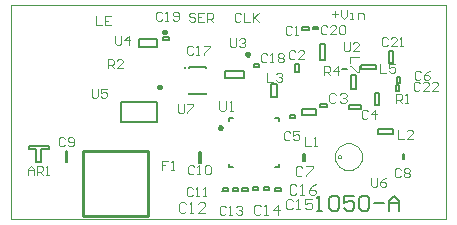
<source format=gto>
%FSTAX23Y23*%
%MOIN*%
%SFA1B1*%

%IPPOS*%
%ADD38C,0.010000*%
%ADD40C,0.007000*%
%ADD63C,0.002000*%
%ADD94C,0.004000*%
%ADD95C,0.010000*%
%ADD96C,0.005000*%
%ADD97C,0.008000*%
%ADD98C,0.004000*%
%LNatten-f6-1*%
%LPD*%
G54D38*
X00422Y-00694D02*
X0064D01*
Y-00912D02*
Y-00694D01*
X00422Y-00912D02*
X0064D01*
X00422D02*
Y-00694D01*
G54D40*
X01441Y-0036D02*
X01456D01*
Y-004D02*
Y-0036D01*
X01441Y-004D02*
X01456D01*
X01441D02*
Y-0036D01*
X01348Y-00555D02*
Y-0054D01*
X01308Y-00555D02*
X01348D01*
X01308D02*
Y-0054D01*
X01348*
X01151Y-00291D02*
Y-0028D01*
X01175*
Y-00291D02*
Y-0028D01*
X01151Y-00291D02*
X01175D01*
X01201Y-00893D02*
X01218D01*
X01209*
Y-00843*
X01201Y-00851*
X01243D02*
X01251Y-00843D01*
X01268*
X01276Y-00851*
Y-00885*
X01268Y-00893*
X01251*
X01243Y-00885*
Y-00851*
X01326Y-00843D02*
X01293D01*
Y-00868*
X01309Y-0086*
X01318*
X01326Y-00868*
Y-00885*
X01318Y-00893*
X01301*
X01293Y-00885*
X01343Y-00851D02*
X01351Y-00843D01*
X01368*
X01376Y-00851*
Y-00885*
X01368Y-00893*
X01351*
X01343Y-00885*
Y-00851*
X01393Y-00868D02*
X01426D01*
X01443Y-00893D02*
Y-0086D01*
X01459Y-00843*
X01476Y-0086*
Y-00893*
Y-00868*
X01443*
G54D63*
X00183Y-00922D02*
X01633D01*
X00183D02*
Y-00208D01*
X01633Y-00922D02*
Y-00208D01*
X00183D02*
X01633D01*
G54D94*
X00763Y-00415D02*
D01*
X00762Y-00414*
X00762Y-00414*
X00762Y-00414*
X00762Y-00414*
X00762Y-00414*
X00762Y-00414*
X00762Y-00414*
X00762Y-00413*
X00762Y-00413*
X00762Y-00413*
X00762Y-00413*
X00762Y-00413*
X00762Y-00413*
X00762Y-00413*
X00762Y-00413*
X00761Y-00413*
X00761Y-00413*
X00761Y-00413*
X00761Y-00413*
X00761Y-00413*
X00761Y-00413*
X00761Y-00413*
X0076*
X0076Y-00413*
X0076Y-00413*
X0076Y-00413*
X0076Y-00413*
X0076Y-00413*
X0076Y-00413*
X0076Y-00413*
X00759Y-00413*
X00759Y-00413*
X00759Y-00413*
X00759Y-00413*
X00759Y-00413*
X00759Y-00413*
X00759Y-00413*
X00759Y-00414*
X00759Y-00414*
X00759Y-00414*
X00759Y-00414*
X00759Y-00414*
X00759Y-00414*
X00759Y-00414*
X00759Y-00415*
X00759Y-00415*
X00759Y-00415*
X00759Y-00415*
X00759Y-00415*
X00759Y-00415*
X00759Y-00415*
X00759Y-00415*
X00759Y-00416*
X00759Y-00416*
X00759Y-00416*
X00759Y-00416*
X00759Y-00416*
X00759Y-00416*
X00759Y-00416*
X0076Y-00416*
X0076Y-00416*
X0076Y-00416*
X0076Y-00416*
X0076Y-00416*
X0076Y-00416*
X0076Y-00416*
X0076Y-00416*
X00761*
X00761Y-00416*
X00761Y-00416*
X00761Y-00416*
X00761Y-00416*
X00761Y-00416*
X00761Y-00416*
X00762Y-00416*
X00762Y-00416*
X00762Y-00416*
X00762Y-00416*
X00762Y-00416*
X00762Y-00416*
X00762Y-00416*
X00762Y-00416*
X00762Y-00415*
X00762Y-00415*
X00762Y-00415*
X00762Y-00415*
X00762Y-00415*
X00762Y-00415*
X00762Y-00415*
X00763Y-00415*
X01353Y-00714D02*
D01*
X01352Y-0071*
X01352Y-00707*
X01352Y-00704*
X01351Y-00701*
X0135Y-00698*
X01349Y-00695*
X01347Y-00692*
X01346Y-0069*
X01344Y-00687*
X01342Y-00685*
X0134Y-00682*
X01338Y-0068*
X01335Y-00678*
X01333Y-00676*
X0133Y-00675*
X01327Y-00673*
X01324Y-00672*
X01321Y-00671*
X01318Y-0067*
X01315Y-00669*
X01312Y-00669*
X01309Y-00669*
X01306*
X01303Y-00669*
X013Y-00669*
X01297Y-0067*
X01294Y-00671*
X01291Y-00672*
X01288Y-00673*
X01285Y-00675*
X01282Y-00676*
X0128Y-00678*
X01277Y-0068*
X01275Y-00682*
X01273Y-00685*
X01271Y-00687*
X01269Y-0069*
X01268Y-00692*
X01266Y-00695*
X01265Y-00698*
X01264Y-00701*
X01263Y-00704*
X01263Y-00707*
X01263Y-0071*
X01263Y-00714*
X01263Y-00717*
X01263Y-0072*
X01263Y-00723*
X01264Y-00726*
X01265Y-00729*
X01266Y-00732*
X01268Y-00735*
X01269Y-00737*
X01271Y-0074*
X01273Y-00742*
X01275Y-00745*
X01277Y-00747*
X0128Y-00749*
X01282Y-00751*
X01285Y-00752*
X01288Y-00754*
X01291Y-00755*
X01294Y-00756*
X01297Y-00757*
X013Y-00758*
X01303Y-00758*
X01306Y-00758*
X01309*
X01312Y-00758*
X01315Y-00758*
X01318Y-00757*
X01321Y-00756*
X01324Y-00755*
X01327Y-00754*
X0133Y-00752*
X01333Y-00751*
X01335Y-00749*
X01338Y-00747*
X0134Y-00745*
X01342Y-00742*
X01344Y-0074*
X01346Y-00737*
X01347Y-00735*
X01349Y-00732*
X0135Y-00729*
X01351Y-00726*
X01352Y-00723*
X01352Y-0072*
X01352Y-00717*
X01353Y-00714*
X01283D02*
D01*
X01282Y-00713*
X01282Y-00713*
X01282Y-00712*
X01282Y-00712*
X01282Y-00712*
X01282Y-00711*
X01282Y-00711*
X01282Y-00711*
X01282Y-00711*
X01281Y-0071*
X01281Y-0071*
X01281Y-0071*
X01281Y-0071*
X0128Y-00709*
X0128Y-00709*
X0128Y-00709*
X01279Y-00709*
X01279Y-00709*
X01279Y-00709*
X01278Y-00709*
X01278Y-00709*
X01278Y-00709*
X01277*
X01277Y-00709*
X01277Y-00709*
X01276Y-00709*
X01276Y-00709*
X01276Y-00709*
X01275Y-00709*
X01275Y-00709*
X01275Y-00709*
X01274Y-0071*
X01274Y-0071*
X01274Y-0071*
X01274Y-0071*
X01273Y-00711*
X01273Y-00711*
X01273Y-00711*
X01273Y-00711*
X01273Y-00712*
X01273Y-00712*
X01273Y-00712*
X01273Y-00713*
X01273Y-00713*
X01273Y-00714*
X01273Y-00714*
X01273Y-00714*
X01273Y-00715*
X01273Y-00715*
X01273Y-00715*
X01273Y-00716*
X01273Y-00716*
X01273Y-00716*
X01273Y-00716*
X01274Y-00717*
X01274Y-00717*
X01274Y-00717*
X01274Y-00717*
X01275Y-00718*
X01275Y-00718*
X01275Y-00718*
X01276Y-00718*
X01276Y-00718*
X01276Y-00718*
X01277Y-00718*
X01277Y-00718*
X01277Y-00718*
X01278*
X01278Y-00718*
X01278Y-00718*
X01279Y-00718*
X01279Y-00718*
X01279Y-00718*
X0128Y-00718*
X0128Y-00718*
X0128Y-00718*
X01281Y-00717*
X01281Y-00717*
X01281Y-00717*
X01281Y-00717*
X01282Y-00716*
X01282Y-00716*
X01282Y-00716*
X01282Y-00716*
X01282Y-00715*
X01282Y-00715*
X01282Y-00715*
X01282Y-00714*
X01282Y-00714*
X01283Y-00714*
G54D95*
X00977Y-00372D02*
D01*
X00976Y-00371*
X00976Y-00371*
X00976Y-0037*
X00976Y-0037*
X00976Y-0037*
X00976Y-00369*
X00976Y-00369*
X00976Y-00369*
X00976Y-00369*
X00975Y-00368*
X00975Y-00368*
X00975Y-00368*
X00975Y-00368*
X00974Y-00367*
X00974Y-00367*
X00974Y-00367*
X00973Y-00367*
X00973Y-00367*
X00973Y-00367*
X00972Y-00367*
X00972Y-00367*
X00972Y-00367*
X00971*
X00971Y-00367*
X00971Y-00367*
X0097Y-00367*
X0097Y-00367*
X0097Y-00367*
X00969Y-00367*
X00969Y-00367*
X00969Y-00367*
X00968Y-00368*
X00968Y-00368*
X00968Y-00368*
X00968Y-00368*
X00967Y-00369*
X00967Y-00369*
X00967Y-00369*
X00967Y-00369*
X00967Y-0037*
X00967Y-0037*
X00967Y-0037*
X00967Y-00371*
X00967Y-00371*
X00967Y-00372*
X00967Y-00372*
X00967Y-00372*
X00967Y-00373*
X00967Y-00373*
X00967Y-00373*
X00967Y-00374*
X00967Y-00374*
X00967Y-00374*
X00967Y-00374*
X00968Y-00375*
X00968Y-00375*
X00968Y-00375*
X00968Y-00375*
X00969Y-00376*
X00969Y-00376*
X00969Y-00376*
X0097Y-00376*
X0097Y-00376*
X0097Y-00376*
X00971Y-00376*
X00971Y-00376*
X00971Y-00376*
X00972*
X00972Y-00376*
X00972Y-00376*
X00973Y-00376*
X00973Y-00376*
X00973Y-00376*
X00974Y-00376*
X00974Y-00376*
X00974Y-00376*
X00975Y-00375*
X00975Y-00375*
X00975Y-00375*
X00975Y-00375*
X00976Y-00374*
X00976Y-00374*
X00976Y-00374*
X00976Y-00374*
X00976Y-00373*
X00976Y-00373*
X00976Y-00373*
X00976Y-00372*
X00976Y-00372*
X00977Y-00372*
X00886Y-00617D02*
D01*
X00885Y-00616*
X00885Y-00616*
X00885Y-00615*
X00885Y-00615*
X00885Y-00615*
X00885Y-00614*
X00885Y-00614*
X00885Y-00614*
X00885Y-00614*
X00884Y-00613*
X00884Y-00613*
X00884Y-00613*
X00884Y-00613*
X00883Y-00612*
X00883Y-00612*
X00883Y-00612*
X00882Y-00612*
X00882Y-00612*
X00882Y-00612*
X00881Y-00612*
X00881Y-00612*
X00881Y-00612*
X0088*
X0088Y-00612*
X0088Y-00612*
X00879Y-00612*
X00879Y-00612*
X00879Y-00612*
X00878Y-00612*
X00878Y-00612*
X00878Y-00612*
X00877Y-00613*
X00877Y-00613*
X00877Y-00613*
X00877Y-00613*
X00876Y-00614*
X00876Y-00614*
X00876Y-00614*
X00876Y-00614*
X00876Y-00615*
X00876Y-00615*
X00876Y-00615*
X00876Y-00616*
X00876Y-00616*
X00876Y-00617*
X00876Y-00617*
X00876Y-00617*
X00876Y-00618*
X00876Y-00618*
X00876Y-00618*
X00876Y-00619*
X00876Y-00619*
X00876Y-00619*
X00876Y-00619*
X00877Y-0062*
X00877Y-0062*
X00877Y-0062*
X00877Y-0062*
X00878Y-00621*
X00878Y-00621*
X00878Y-00621*
X00879Y-00621*
X00879Y-00621*
X00879Y-00621*
X0088Y-00621*
X0088Y-00621*
X0088Y-00621*
X00881*
X00881Y-00621*
X00881Y-00621*
X00882Y-00621*
X00882Y-00621*
X00882Y-00621*
X00883Y-00621*
X00883Y-00621*
X00883Y-00621*
X00884Y-0062*
X00884Y-0062*
X00884Y-0062*
X00884Y-0062*
X00885Y-00619*
X00885Y-00619*
X00885Y-00619*
X00885Y-00619*
X00885Y-00618*
X00885Y-00618*
X00885Y-00618*
X00885Y-00617*
X00885Y-00617*
X00886Y-00617*
X00699Y-00298D02*
D01*
X00698Y-00297*
X00698Y-00297*
X00698Y-00296*
X00698Y-00296*
X00698Y-00296*
X00698Y-00295*
X00698Y-00295*
X00698Y-00295*
X00698Y-00295*
X00697Y-00294*
X00697Y-00294*
X00697Y-00294*
X00697Y-00294*
X00696Y-00293*
X00696Y-00293*
X00696Y-00293*
X00695Y-00293*
X00695Y-00293*
X00695Y-00293*
X00694Y-00293*
X00694Y-00293*
X00694Y-00293*
X00693*
X00693Y-00293*
X00693Y-00293*
X00692Y-00293*
X00692Y-00293*
X00692Y-00293*
X00691Y-00293*
X00691Y-00293*
X00691Y-00293*
X0069Y-00294*
X0069Y-00294*
X0069Y-00294*
X0069Y-00294*
X00689Y-00295*
X00689Y-00295*
X00689Y-00295*
X00689Y-00295*
X00689Y-00296*
X00689Y-00296*
X00689Y-00296*
X00689Y-00297*
X00689Y-00297*
X00689Y-00298*
X00689Y-00298*
X00689Y-00298*
X00689Y-00299*
X00689Y-00299*
X00689Y-00299*
X00689Y-003*
X00689Y-003*
X00689Y-003*
X00689Y-003*
X0069Y-00301*
X0069Y-00301*
X0069Y-00301*
X0069Y-00301*
X00691Y-00302*
X00691Y-00302*
X00691Y-00302*
X00692Y-00302*
X00692Y-00302*
X00692Y-00302*
X00693Y-00302*
X00693Y-00302*
X00693Y-00302*
X00694*
X00694Y-00302*
X00694Y-00302*
X00695Y-00302*
X00695Y-00302*
X00695Y-00302*
X00696Y-00302*
X00696Y-00302*
X00696Y-00302*
X00697Y-00301*
X00697Y-00301*
X00697Y-00301*
X00697Y-00301*
X00698Y-003*
X00698Y-003*
X00698Y-003*
X00698Y-003*
X00698Y-00299*
X00698Y-00299*
X00698Y-00299*
X00698Y-00298*
X00698Y-00298*
X00699Y-00298*
X00683Y-00481D02*
D01*
X00682Y-0048*
X00682Y-0048*
X00682Y-00479*
X00682Y-00479*
X00682Y-00479*
X00682Y-00478*
X00682Y-00478*
X00682Y-00478*
X00682Y-00478*
X00681Y-00477*
X00681Y-00477*
X00681Y-00477*
X00681Y-00477*
X0068Y-00476*
X0068Y-00476*
X0068Y-00476*
X00679Y-00476*
X00679Y-00476*
X00679Y-00476*
X00678Y-00476*
X00678Y-00476*
X00678Y-00476*
X00677*
X00677Y-00476*
X00677Y-00476*
X00676Y-00476*
X00676Y-00476*
X00676Y-00476*
X00675Y-00476*
X00675Y-00476*
X00675Y-00476*
X00674Y-00477*
X00674Y-00477*
X00674Y-00477*
X00674Y-00477*
X00673Y-00478*
X00673Y-00478*
X00673Y-00478*
X00673Y-00478*
X00673Y-00479*
X00673Y-00479*
X00673Y-00479*
X00673Y-0048*
X00673Y-0048*
X00673Y-00481*
X00673Y-00481*
X00673Y-00481*
X00673Y-00482*
X00673Y-00482*
X00673Y-00482*
X00673Y-00483*
X00673Y-00483*
X00673Y-00483*
X00673Y-00483*
X00674Y-00484*
X00674Y-00484*
X00674Y-00484*
X00674Y-00484*
X00675Y-00485*
X00675Y-00485*
X00675Y-00485*
X00676Y-00485*
X00676Y-00485*
X00676Y-00485*
X00677Y-00485*
X00677Y-00485*
X00677Y-00485*
X00678*
X00678Y-00485*
X00678Y-00485*
X00679Y-00485*
X00679Y-00485*
X00679Y-00485*
X0068Y-00485*
X0068Y-00485*
X0068Y-00485*
X00681Y-00484*
X00681Y-00484*
X00681Y-00484*
X00681Y-00484*
X00682Y-00483*
X00682Y-00483*
X00682Y-00483*
X00682Y-00483*
X00682Y-00482*
X00682Y-00482*
X00682Y-00482*
X00682Y-00481*
X00682Y-00481*
X00683Y-00481*
G54D96*
X00709Y-00325D02*
Y-00315D01*
X00689D02*
X00709D01*
X00689Y-00325D02*
Y-00315D01*
Y-00325D02*
X00709D01*
X0135Y-0042D02*
X014D01*
Y-00406*
X0135D02*
X014D01*
X0135Y-0042D02*
Y-00406D01*
X01328Y-0044D02*
X01331D01*
Y-00487D02*
Y-0044D01*
X01315Y-00487D02*
X01331D01*
X01315D02*
Y-0044D01*
X01328*
X01285Y-0042D02*
X01304D01*
X01225Y-00336D02*
X01229D01*
Y-00391D02*
Y-00336D01*
X01213Y-00391D02*
X01229D01*
X01213D02*
Y-00336D01*
X01225*
X01129Y-00432D02*
Y-00404D01*
X01141*
Y-00432D02*
Y-00404D01*
X0113Y-00432D02*
X01141D01*
X01405Y-00636D02*
X01455D01*
Y-00622*
X01405D02*
X01455D01*
X01405Y-00636D02*
Y-00622D01*
X01395Y-0054D02*
Y-00502D01*
X01408*
Y-0054D02*
Y-00502D01*
X01396Y-0054D02*
X01408D01*
X01489Y-00722D02*
Y-00705D01*
Y-00722D02*
X01494D01*
Y-00705*
X01489D02*
X01494D01*
X01157Y-00727D02*
Y-00703D01*
X01164*
Y-00727D02*
Y-00703D01*
X01157Y-00727D02*
X01164D01*
X01151Y-00573D02*
X012D01*
Y-00554*
X01151D02*
X012D01*
X01151Y-00572D02*
Y-00554D01*
X01111Y-00584D02*
X01129D01*
Y-00574*
X01111D02*
X01129D01*
X01111Y-00584D02*
Y-00574D01*
X01213Y-00549D02*
X01236D01*
Y-00538*
X01213D02*
X01236D01*
X01213Y-00549D02*
Y-00538D01*
X0147Y-00468D02*
Y-00448D01*
X01478*
Y-00468D02*
Y-00448D01*
X0147Y-00468D02*
X01478D01*
X00608Y-00348D02*
X00669D01*
Y-00322*
X00608D02*
X00669D01*
X00608Y-00348D02*
Y-00322D01*
X00241Y-00688D02*
Y-00678D01*
Y-00688D02*
X00266D01*
Y-00731D02*
Y-00688D01*
Y-00731D02*
X00284D01*
Y-00687*
X00308*
Y-00678*
X00241D02*
X00308D01*
X00365Y-00694D02*
X00367D01*
X00365Y-0073D02*
Y-00694D01*
Y-0073D02*
X0037D01*
Y-00694*
X00367D02*
X0037D01*
X0081Y-00733D02*
Y-00697D01*
X00816*
Y-00733D02*
Y-00697D01*
X0081Y-00733D02*
X00816D01*
X00897Y-00452D02*
X00959D01*
Y-00427*
X00897D02*
X00959D01*
X00897Y-00452D02*
Y-00427D01*
X0105Y-00515D02*
Y-00472D01*
Y-00515D02*
X01069D01*
Y-00472*
X0105D02*
X01069D01*
X00991Y-00413D02*
X01009D01*
Y-00405*
X00991D02*
X01009D01*
X00991Y-00413D02*
Y-00405D01*
X01188Y-00289D02*
X01207D01*
Y-00281*
X01188D02*
X01207D01*
X01188Y-00289D02*
Y-00281D01*
X00887Y-00828D02*
X00906D01*
Y-00818*
X00888D02*
X00906D01*
X00888Y-00828D02*
Y-00818D01*
X00921Y-00827D02*
X00938D01*
Y-00819*
X00921D02*
X00938D01*
X00921Y-00827D02*
Y-00819D01*
X00954Y-00826D02*
X00971D01*
Y-00821*
Y-00818*
X00954D02*
X00971D01*
X00954Y-00826D02*
Y-00818D01*
X00989Y-00825D02*
X01007D01*
Y-00815*
X00989D02*
X01007D01*
X00989Y-00825D02*
Y-00815D01*
X01025Y-00824D02*
X01043D01*
Y-00815*
X01025D02*
X01043D01*
X01025Y-00824D02*
Y-00815D01*
X01063Y-00826D02*
X01083D01*
Y-00816*
X01063D02*
X01083D01*
X01063Y-00826D02*
Y-00816D01*
X01465Y-00495D02*
Y-00475D01*
X01475*
Y-00495D02*
Y-00475D01*
X01465Y-00495D02*
X01475D01*
G54D97*
X00776Y-00504D02*
Y-00502D01*
X00832Y-00504D02*
Y-00502D01*
X00776Y-00416D02*
Y-00414D01*
X00832Y-00416D02*
Y-00414D01*
X00776Y-00504D02*
X00832D01*
X00776Y-00414D02*
X00832D01*
X01064Y-00583D02*
X01076D01*
Y-00595D02*
Y-00583D01*
X01064Y-00749D02*
X01076D01*
Y-00737*
X0091Y-00749D02*
X00922D01*
X0091D02*
Y-00737D01*
Y-00583D02*
X00922D01*
X0091Y-00595D02*
Y-00583D01*
X00548Y-00597D02*
Y-00531D01*
X0067Y-00597D02*
Y-00531D01*
X00548Y-00597D02*
X0067D01*
X00548Y-00531D02*
X0067D01*
G54D98*
X01439Y-0032D02*
X01434Y-00315D01*
X01424*
X01419Y-0032*
Y-0034*
X01424Y-00345*
X01434*
X01439Y-0034*
X01469Y-00345D02*
X01449D01*
X01469Y-00325*
Y-0032*
X01464Y-00315*
X01454*
X01449Y-0032*
X01479Y-00345D02*
X01489D01*
X01484*
Y-00315*
X01479Y-0032*
X01371Y-00562D02*
X01366Y-00557D01*
X01356*
X01351Y-00562*
Y-00582*
X01356Y-00587*
X01366*
X01371Y-00582*
X01396Y-00587D02*
Y-00557D01*
X01381Y-00572*
X01401*
X01545Y-00469D02*
X0154Y-00464D01*
X0153*
X01525Y-00469*
Y-00489*
X0153Y-00494*
X0154*
X01545Y-00489*
X01575Y-00494D02*
X01555D01*
X01575Y-00474*
Y-00469*
X0157Y-00464*
X0156*
X01555Y-00469*
X01605Y-00494D02*
X01585D01*
X01605Y-00474*
Y-00469*
X016Y-00464*
X0159*
X01585Y-00469*
X01413Y-00404D02*
Y-00434D01*
X01433*
X01463Y-00404D02*
X01443D01*
Y-00419*
X01453Y-00414*
X01458*
X01463Y-00419*
Y-00429*
X01458Y-00434*
X01448*
X01443Y-00429*
X01342Y-00382D02*
X01312D01*
Y-00402*
X01342Y-00412D02*
Y-00432D01*
X01337*
X01317Y-00412*
X01312*
X0074Y-00539D02*
Y-00564D01*
X00745Y-00569*
X00755*
X0076Y-00564*
Y-00539*
X0077D02*
X0079D01*
Y-00544*
X0077Y-00564*
Y-00569*
X00706Y-00727D02*
X00686D01*
Y-00742*
X00696*
X00686*
Y-00757*
X00716D02*
X00726D01*
X00721*
Y-00727*
X00716Y-00732*
X01037Y-00374D02*
X01032Y-00369D01*
X01022*
X01017Y-00374*
Y-00394*
X01022Y-00399*
X01032*
X01037Y-00394*
X01047Y-00399D02*
X01057D01*
X01052*
Y-00369*
X01047Y-00374*
X01072D02*
X01077Y-00369D01*
X01087*
X01092Y-00374*
Y-00379*
X01087Y-00384*
X01092Y-00389*
Y-00394*
X01087Y-00399*
X01077*
X01072Y-00394*
Y-00389*
X01077Y-00384*
X01072Y-00379*
Y-00374*
X01077Y-00384D02*
X01087D01*
X01549Y-00431D02*
X01544Y-00426D01*
X01534*
X01529Y-00431*
Y-00451*
X01534Y-00456*
X01544*
X01549Y-00451*
X01579Y-00426D02*
X01569Y-00431D01*
X01559Y-00441*
Y-00451*
X01564Y-00456*
X01574*
X01579Y-00451*
Y-00446*
X01574Y-00441*
X01559*
X01467Y-00534D02*
Y-00504D01*
X01482*
X01487Y-00509*
Y-00519*
X01482Y-00524*
X01467*
X01477D02*
X01487Y-00534D01*
X01497D02*
X01507D01*
X01502*
Y-00504*
X01497Y-00509*
X01119Y-00281D02*
X01114Y-00276D01*
X01104*
X01099Y-00281*
Y-00301*
X01104Y-00306*
X01114*
X01119Y-00301*
X01129Y-00306D02*
X01139D01*
X01134*
Y-00276*
X01129Y-00281*
X01471Y-00623D02*
Y-00653D01*
X01491*
X01521D02*
X01501D01*
X01521Y-00633*
Y-00628*
X01516Y-00623*
X01506*
X01501Y-00628*
X01161Y-00647D02*
Y-00677D01*
X01181*
X01191D02*
X01201D01*
X01196*
Y-00647*
X01191Y-00652*
X0053Y-0031D02*
Y-00335D01*
X00535Y-0034*
X00545*
X0055Y-00335*
Y-0031*
X00575Y-0034D02*
Y-0031D01*
X0056Y-00325*
X0058*
X00914Y-00318D02*
Y-00343D01*
X00919Y-00348*
X00929*
X00934Y-00343*
Y-00318*
X00944Y-00323D02*
X00949Y-00318D01*
X00959*
X00964Y-00323*
Y-00328*
X00959Y-00333*
X00954*
X00959*
X00964Y-00338*
Y-00343*
X00959Y-00348*
X00949*
X00944Y-00343*
X00794Y-00747D02*
X00789Y-00742D01*
X00779*
X00774Y-00747*
Y-00767*
X00779Y-00772*
X00789*
X00794Y-00767*
X00804Y-00772D02*
X00814D01*
X00809*
Y-00742*
X00804Y-00747*
X00829D02*
X00834Y-00742D01*
X00844*
X00849Y-00747*
Y-00767*
X00844Y-00772*
X00834*
X00829Y-00767*
Y-00747*
X00238Y-00774D02*
Y-00754D01*
X00248Y-00744*
X00258Y-00754*
Y-00774*
Y-00759*
X00238*
X00268Y-00774D02*
Y-00744D01*
X00283*
X00288Y-00749*
Y-00759*
X00283Y-00764*
X00268*
X00278D02*
X00288Y-00774D01*
X00298D02*
X00308D01*
X00303*
Y-00744*
X00298Y-00749*
X0079Y-00349D02*
X00785Y-00344D01*
X00775*
X0077Y-00349*
Y-00369*
X00775Y-00374*
X00785*
X0079Y-00369*
X008Y-00374D02*
X0081D01*
X00805*
Y-00344*
X008Y-00349*
X00825Y-00344D02*
X00845D01*
Y-00349*
X00825Y-00369*
Y-00374*
X01266Y-00506D02*
X0126Y-005D01*
X01249*
X01243Y-00506*
Y-00529*
X01249Y-00535*
X0126*
X01266Y-00529*
X01278Y-00506D02*
X01284Y-005D01*
X01295*
X01301Y-00506*
Y-00512*
X01295Y-00518*
X0129*
X01295*
X01301Y-00523*
Y-00529*
X01295Y-00535*
X01284*
X01278Y-00529*
X01113Y-00633D02*
X01108Y-00628D01*
X01098*
X01093Y-00633*
Y-00653*
X01098Y-00658*
X01108*
X01113Y-00653*
X01143Y-00628D02*
X01123D01*
Y-00643*
X01133Y-00638*
X01138*
X01143Y-00643*
Y-00653*
X01138Y-00658*
X01128*
X01123Y-00653*
X00766Y-00871D02*
X0076Y-00865D01*
X00749*
X00743Y-00871*
Y-00894*
X00749Y-009*
X0076*
X00766Y-00894*
X00778Y-009D02*
X0079D01*
X00784*
Y-00865*
X00778Y-00871*
X0083Y-009D02*
X00807D01*
X0083Y-00877*
Y-00871*
X00825Y-00865*
X00813*
X00807Y-00871*
X01134Y-00811D02*
X01128Y-00805D01*
X01117*
X01111Y-00811*
Y-00834*
X01117Y-0084*
X01128*
X01134Y-00834*
X01146Y-0084D02*
X01158D01*
X01152*
Y-00805*
X01146Y-00811*
X01198Y-00805D02*
X01187Y-00811D01*
X01175Y-00823*
Y-00834*
X01181Y-0084*
X01193*
X01198Y-00834*
Y-00828*
X01193Y-00823*
X01175*
X01122Y-0086D02*
X01116Y-00854D01*
X01105*
X01099Y-0086*
Y-00883*
X01105Y-00889*
X01116*
X01122Y-00883*
X01134Y-00889D02*
X01146D01*
X0114*
Y-00854*
X01134Y-0086*
X01186Y-00854D02*
X01163D01*
Y-00872*
X01175Y-00866*
X01181*
X01186Y-00872*
Y-00883*
X01181Y-00889*
X01169*
X01163Y-00883*
X01015Y-00879D02*
X01009Y-00873D01*
X00998*
X00992Y-00879*
Y-00902*
X00998Y-00908*
X01009*
X01015Y-00902*
X01027Y-00908D02*
X01039D01*
X01033*
Y-00873*
X01027Y-00879*
X01074Y-00908D02*
Y-00873D01*
X01056Y-00891*
X01079*
X01154Y-0075D02*
X01148Y-00744D01*
X01137*
X01131Y-0075*
Y-00773*
X01137Y-00779*
X01148*
X01154Y-00773*
X01166Y-00744D02*
X01189D01*
Y-0075*
X01166Y-00773*
Y-00779*
X00361Y-00653D02*
X00356Y-00648D01*
X00346*
X00341Y-00653*
Y-00673*
X00346Y-00678*
X00356*
X00361Y-00673*
X00371D02*
X00376Y-00678D01*
X00386*
X00391Y-00673*
Y-00653*
X00386Y-00648*
X00376*
X00371Y-00653*
Y-00658*
X00376Y-00663*
X00391*
X0113Y-00364D02*
X01125Y-00359D01*
X01115*
X0111Y-00364*
Y-00384*
X01115Y-00389*
X01125*
X0113Y-00384*
X0116Y-00389D02*
X0114D01*
X0116Y-00369*
Y-00364*
X01155Y-00359*
X01145*
X0114Y-00364*
X00789Y-0082D02*
X00784Y-00815D01*
X00774*
X00769Y-0082*
Y-0084*
X00774Y-00845*
X00784*
X00789Y-0084*
X00799Y-00845D02*
X00809D01*
X00804*
Y-00815*
X00799Y-0082*
X00824Y-00845D02*
X00834D01*
X00829*
Y-00815*
X00824Y-0082*
X01291Y-00332D02*
Y-00357D01*
X01296Y-00362*
X01306*
X01311Y-00357*
Y-00332*
X01341Y-00362D02*
X01321D01*
X01341Y-00342*
Y-00337*
X01336Y-00332*
X01326*
X01321Y-00337*
X00876Y-00526D02*
Y-00555D01*
X00882Y-00561*
X00893*
X00899Y-00555*
Y-00526*
X00911Y-00561D02*
X00923D01*
X00917*
Y-00526*
X00911Y-00532*
X00899Y-00882D02*
X00894Y-00877D01*
X00884*
X00879Y-00882*
Y-00902*
X00884Y-00907*
X00894*
X00899Y-00902*
X00909Y-00907D02*
X00919D01*
X00914*
Y-00877*
X00909Y-00882*
X00934D02*
X00939Y-00877D01*
X00949*
X00954Y-00882*
Y-00887*
X00949Y-00892*
X00944*
X00949*
X00954Y-00897*
Y-00902*
X00949Y-00907*
X00939*
X00934Y-00902*
X01383Y-00784D02*
Y-00809D01*
X01388Y-00814*
X01398*
X01403Y-00809*
Y-00784*
X01433D02*
X01423Y-00789D01*
X01413Y-00799*
Y-00809*
X01418Y-00814*
X01428*
X01433Y-00809*
Y-00804*
X01428Y-00799*
X01413*
X01481Y-00756D02*
X01476Y-00751D01*
X01466*
X01461Y-00756*
Y-00776*
X01466Y-00781*
X01476*
X01481Y-00776*
X01491Y-00756D02*
X01496Y-00751D01*
X01506*
X01511Y-00756*
Y-00761*
X01506Y-00766*
X01511Y-00771*
Y-00776*
X01506Y-00781*
X01496*
X01491Y-00776*
Y-00771*
X01496Y-00766*
X01491Y-00761*
Y-00756*
X01496Y-00766D02*
X01506D01*
X00451Y-00487D02*
Y-00512D01*
X00456Y-00517*
X00466*
X00471Y-00512*
Y-00487*
X00501D02*
X00481D01*
Y-00502*
X00491Y-00497*
X00496*
X00501Y-00502*
Y-00512*
X00496Y-00517*
X00486*
X00481Y-00512*
X00686Y-00235D02*
X00681Y-0023D01*
X00671*
X00666Y-00235*
Y-00255*
X00671Y-0026*
X00681*
X00686Y-00255*
X00696Y-0026D02*
X00706D01*
X00701*
Y-0023*
X00696Y-00235*
X00721Y-00255D02*
X00726Y-0026D01*
X00736*
X00741Y-00255*
Y-00235*
X00736Y-0023*
X00726*
X00721Y-00235*
Y-0024*
X00726Y-00245*
X00741*
X00505Y-00418D02*
Y-00388D01*
X0052*
X00525Y-00393*
Y-00403*
X0052Y-00408*
X00505*
X00515D02*
X00525Y-00418D01*
X00555D02*
X00535D01*
X00555Y-00398*
Y-00393*
X0055Y-00388*
X0054*
X00535Y-00393*
X01036Y-00434D02*
Y-00464D01*
X01056*
X01066Y-00439D02*
X01071Y-00434D01*
X01081*
X01086Y-00439*
Y-00444*
X01081Y-00449*
X01076*
X01081*
X01086Y-00454*
Y-00459*
X01081Y-00464*
X01071*
X01066Y-00459*
X01236Y-0028D02*
X01231Y-00275D01*
X01221*
X01216Y-0028*
Y-003*
X01221Y-00305*
X01231*
X01236Y-003*
X01266Y-00305D02*
X01246D01*
X01266Y-00285*
Y-0028*
X01261Y-00275*
X01251*
X01246Y-0028*
X01276D02*
X01281Y-00275D01*
X01291*
X01296Y-0028*
Y-003*
X01291Y-00305*
X01281*
X01276Y-003*
Y-0028*
X01227Y-00441D02*
Y-00411D01*
X01242*
X01247Y-00416*
Y-00426*
X01242Y-00431*
X01227*
X01237D02*
X01247Y-00441D01*
X01272D02*
Y-00411D01*
X01257Y-00426*
X01277*
X01253Y-00239D02*
X01273D01*
X01263Y-00229D02*
Y-00249D01*
X01283Y-00224D02*
Y-00244D01*
X01293Y-00254*
X01303Y-00244*
Y-00224*
X01313Y-00254D02*
X01323D01*
X01318*
Y-00234*
X01313*
X01338Y-00254D02*
Y-00234D01*
X01353*
X01358Y-00239*
Y-00254*
X00797Y-00239D02*
X00792Y-00234D01*
X00782*
X00777Y-00239*
Y-00244*
X00782Y-00249*
X00792*
X00797Y-00254*
Y-00259*
X00792Y-00264*
X00782*
X00777Y-00259*
X00827Y-00234D02*
X00807D01*
Y-00264*
X00827*
X00807Y-00249D02*
X00817D01*
X00837Y-00264D02*
Y-00234D01*
X00852*
X00857Y-00239*
Y-00249*
X00852Y-00254*
X00837*
X00847D02*
X00857Y-00264D01*
X00467Y-00245D02*
Y-00275D01*
X00487*
X00517Y-00245D02*
X00497D01*
Y-00275*
X00517*
X00497Y-0026D02*
X00507D01*
X00949Y-00239D02*
X00944Y-00234D01*
X00934*
X00929Y-00239*
Y-00259*
X00934Y-00264*
X00944*
X00949Y-00259*
X00959Y-00234D02*
Y-00264D01*
X00979*
X00989Y-00234D02*
Y-00264D01*
Y-00254*
X01009Y-00234*
X00994Y-00249*
X01009Y-00264*
M02*
</source>
